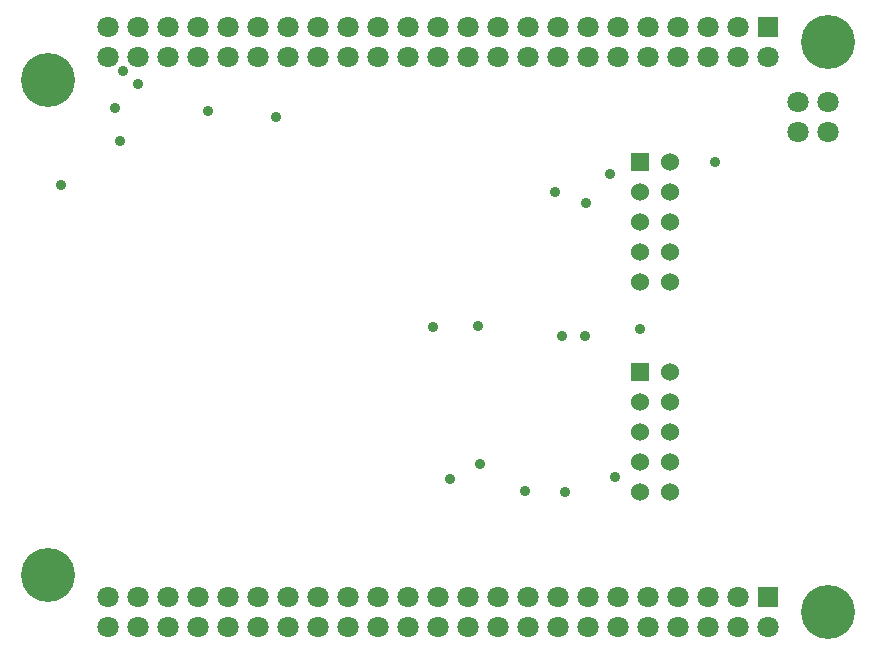
<source format=gbs>
G04 (created by PCBNEW (2013-09-06 BZR 4312)-stable) date T 02 sept  2014 16:17:06 EEST*
%MOIN*%
G04 Gerber Fmt 3.4, Leading zero omitted, Abs format*
%FSLAX34Y34*%
G01*
G70*
G90*
G04 APERTURE LIST*
%ADD10C,0.000787*%
%ADD11C,0.180000*%
%ADD12R,0.070866X0.070866*%
%ADD13C,0.070866*%
%ADD14R,0.060000X0.060000*%
%ADD15C,0.060000*%
%ADD16C,0.035000*%
G04 APERTURE END LIST*
G54D10*
G54D11*
X44250Y-30750D03*
X70250Y-29500D03*
X70250Y-48500D03*
X44250Y-47250D03*
G54D12*
X68250Y-29000D03*
G54D13*
X68250Y-30000D03*
X67250Y-29000D03*
X67250Y-30000D03*
X66250Y-29000D03*
X66250Y-30000D03*
X65250Y-29000D03*
X65250Y-30000D03*
X64250Y-29000D03*
X64250Y-30000D03*
X63250Y-29000D03*
X63250Y-30000D03*
X62250Y-29000D03*
X62250Y-30000D03*
X61250Y-29000D03*
X61250Y-30000D03*
X60250Y-29000D03*
X60250Y-30000D03*
X59250Y-29000D03*
X59250Y-30000D03*
X58250Y-29000D03*
X58250Y-30000D03*
X57250Y-29000D03*
X57250Y-30000D03*
X56250Y-29000D03*
X56250Y-30000D03*
X55250Y-29000D03*
X55250Y-30000D03*
X54250Y-29000D03*
X54250Y-30000D03*
X53250Y-29000D03*
X53250Y-30000D03*
X52250Y-29000D03*
X52250Y-30000D03*
X51250Y-29000D03*
X51250Y-30000D03*
X50250Y-29000D03*
X50250Y-30000D03*
X49250Y-29000D03*
X49250Y-30000D03*
X48250Y-29000D03*
X48250Y-30000D03*
X47250Y-29000D03*
X47250Y-30000D03*
X46250Y-29000D03*
X46250Y-30000D03*
G54D12*
X68250Y-48000D03*
G54D13*
X68250Y-49000D03*
X67250Y-48000D03*
X67250Y-49000D03*
X66250Y-48000D03*
X66250Y-49000D03*
X65250Y-48000D03*
X65250Y-49000D03*
X64250Y-48000D03*
X64250Y-49000D03*
X63250Y-48000D03*
X63250Y-49000D03*
X62250Y-48000D03*
X62250Y-49000D03*
X61250Y-48000D03*
X61250Y-49000D03*
X60250Y-48000D03*
X60250Y-49000D03*
X59250Y-48000D03*
X59250Y-49000D03*
X58250Y-48000D03*
X58250Y-49000D03*
X57250Y-48000D03*
X57250Y-49000D03*
X56250Y-48000D03*
X56250Y-49000D03*
X55250Y-48000D03*
X55250Y-49000D03*
X54250Y-48000D03*
X54250Y-49000D03*
X53250Y-48000D03*
X53250Y-49000D03*
X52250Y-48000D03*
X52250Y-49000D03*
X51250Y-48000D03*
X51250Y-49000D03*
X50250Y-48000D03*
X50250Y-49000D03*
X49250Y-48000D03*
X49250Y-49000D03*
X48250Y-48000D03*
X48250Y-49000D03*
X47250Y-48000D03*
X47250Y-49000D03*
X46250Y-48000D03*
X46250Y-49000D03*
X70250Y-31500D03*
X70250Y-32500D03*
X69250Y-31500D03*
X69250Y-32500D03*
G54D14*
X64000Y-33500D03*
G54D15*
X65000Y-33500D03*
X64000Y-34500D03*
X65000Y-34500D03*
X64000Y-35500D03*
X65000Y-35500D03*
X64000Y-36500D03*
X65000Y-36500D03*
X64000Y-37500D03*
X65000Y-37500D03*
G54D14*
X64000Y-40500D03*
G54D15*
X65000Y-40500D03*
X64000Y-41500D03*
X65000Y-41500D03*
X64000Y-42500D03*
X65000Y-42500D03*
X64000Y-43500D03*
X65000Y-43500D03*
X64000Y-44500D03*
X65000Y-44500D03*
G54D16*
X51850Y-32000D03*
X58650Y-43550D03*
X58600Y-38950D03*
X66500Y-33500D03*
X49600Y-31800D03*
X63150Y-44000D03*
X61400Y-39300D03*
X62150Y-39300D03*
X61150Y-34500D03*
X57650Y-44050D03*
X57100Y-39000D03*
X46650Y-32800D03*
X44700Y-34250D03*
X46500Y-31700D03*
X46750Y-30450D03*
X47250Y-30900D03*
X61500Y-44500D03*
X60150Y-44450D03*
X64000Y-39050D03*
X62200Y-34850D03*
X63000Y-33900D03*
M02*

</source>
